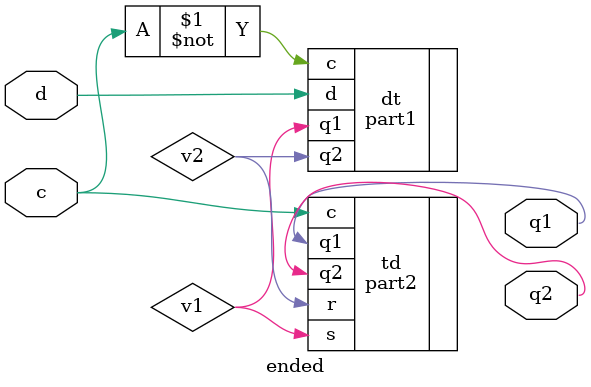
<source format=v>
module ended(output q1,output q2, input d, input c);
wire v1, v2;
part1 dt(.q1(v1),.q2(v2),.d(d),.c(~c));
part2 td(.q1(q1),.q2(q2),.s(v1),.c(c),.r(v2));
endmodule

</source>
